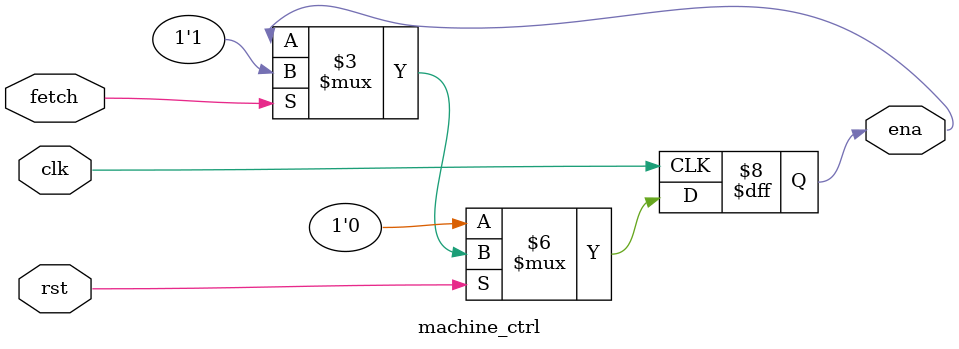
<source format=v>
`timescale 1ns/1ns
module machine_ctrl(
    clk,
    rst,
    fetch,
    ena
);

input clk;
input rst;
input fetch;
output reg ena;

always@(posedge clk)
    if(!rst)
        ena <= 1'b0;
    else if(fetch)
        ena <= 1'b1;

endmodule 
</source>
